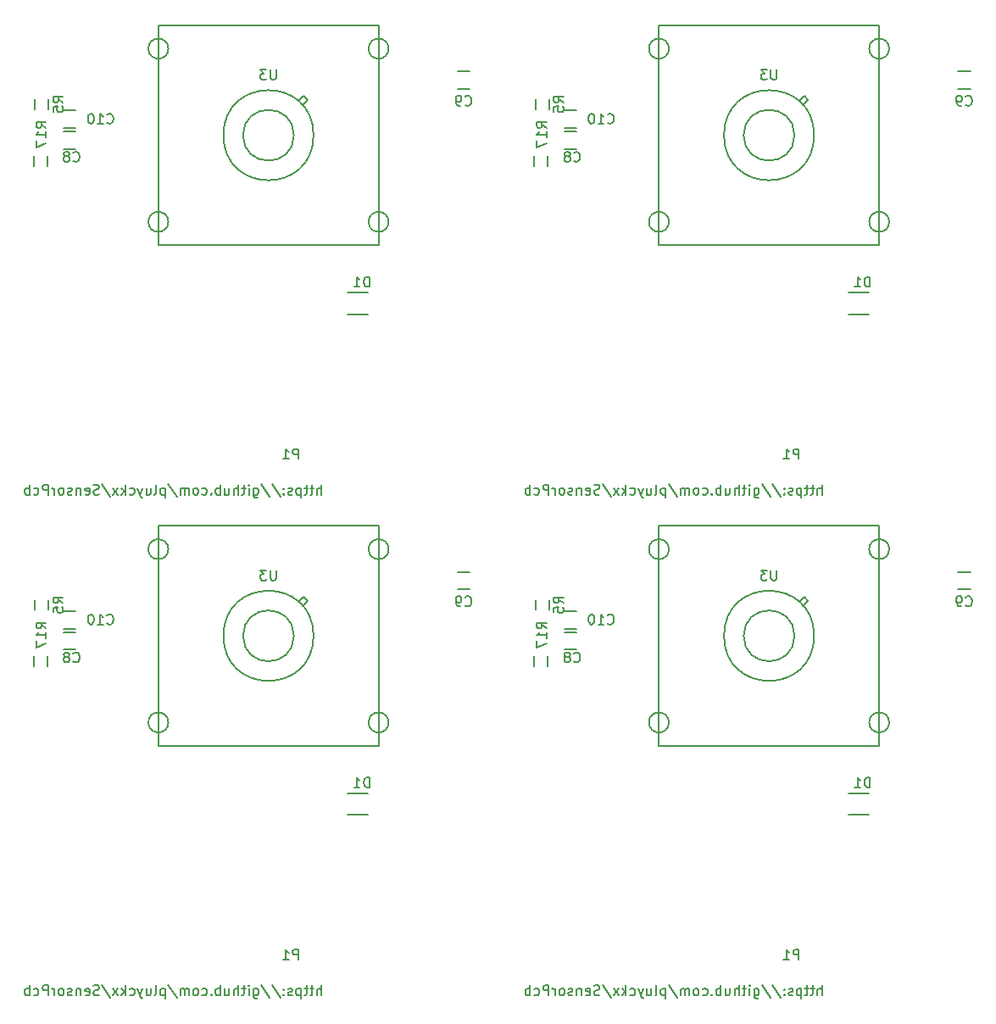
<source format=gbo>
G04 #@! TF.FileFunction,Legend,Bot*
%FSLAX46Y46*%
G04 Gerber Fmt 4.6, Leading zero omitted, Abs format (unit mm)*
G04 Created by KiCad (PCBNEW 4.0.4+dfsg1-stable) date Wed Mar  8 21:16:26 2017*
%MOMM*%
%LPD*%
G01*
G04 APERTURE LIST*
%ADD10C,0.100000*%
%ADD11C,0.200000*%
%ADD12C,0.150000*%
G04 APERTURE END LIST*
D10*
D11*
X122635716Y-138302381D02*
X122635716Y-137302381D01*
X122207144Y-138302381D02*
X122207144Y-137778571D01*
X122254763Y-137683333D01*
X122350001Y-137635714D01*
X122492859Y-137635714D01*
X122588097Y-137683333D01*
X122635716Y-137730952D01*
X121873811Y-137635714D02*
X121492859Y-137635714D01*
X121730954Y-137302381D02*
X121730954Y-138159524D01*
X121683335Y-138254762D01*
X121588097Y-138302381D01*
X121492859Y-138302381D01*
X121302382Y-137635714D02*
X120921430Y-137635714D01*
X121159525Y-137302381D02*
X121159525Y-138159524D01*
X121111906Y-138254762D01*
X121016668Y-138302381D01*
X120921430Y-138302381D01*
X120588096Y-137635714D02*
X120588096Y-138635714D01*
X120588096Y-137683333D02*
X120492858Y-137635714D01*
X120302381Y-137635714D01*
X120207143Y-137683333D01*
X120159524Y-137730952D01*
X120111905Y-137826190D01*
X120111905Y-138111905D01*
X120159524Y-138207143D01*
X120207143Y-138254762D01*
X120302381Y-138302381D01*
X120492858Y-138302381D01*
X120588096Y-138254762D01*
X119730953Y-138254762D02*
X119635715Y-138302381D01*
X119445239Y-138302381D01*
X119350000Y-138254762D01*
X119302381Y-138159524D01*
X119302381Y-138111905D01*
X119350000Y-138016667D01*
X119445239Y-137969048D01*
X119588096Y-137969048D01*
X119683334Y-137921429D01*
X119730953Y-137826190D01*
X119730953Y-137778571D01*
X119683334Y-137683333D01*
X119588096Y-137635714D01*
X119445239Y-137635714D01*
X119350000Y-137683333D01*
X118873810Y-138207143D02*
X118826191Y-138254762D01*
X118873810Y-138302381D01*
X118921429Y-138254762D01*
X118873810Y-138207143D01*
X118873810Y-138302381D01*
X118873810Y-137683333D02*
X118826191Y-137730952D01*
X118873810Y-137778571D01*
X118921429Y-137730952D01*
X118873810Y-137683333D01*
X118873810Y-137778571D01*
X117683334Y-137254762D02*
X118540477Y-138540476D01*
X116635715Y-137254762D02*
X117492858Y-138540476D01*
X115873810Y-137635714D02*
X115873810Y-138445238D01*
X115921429Y-138540476D01*
X115969048Y-138588095D01*
X116064287Y-138635714D01*
X116207144Y-138635714D01*
X116302382Y-138588095D01*
X115873810Y-138254762D02*
X115969048Y-138302381D01*
X116159525Y-138302381D01*
X116254763Y-138254762D01*
X116302382Y-138207143D01*
X116350001Y-138111905D01*
X116350001Y-137826190D01*
X116302382Y-137730952D01*
X116254763Y-137683333D01*
X116159525Y-137635714D01*
X115969048Y-137635714D01*
X115873810Y-137683333D01*
X115397620Y-138302381D02*
X115397620Y-137635714D01*
X115397620Y-137302381D02*
X115445239Y-137350000D01*
X115397620Y-137397619D01*
X115350001Y-137350000D01*
X115397620Y-137302381D01*
X115397620Y-137397619D01*
X115064287Y-137635714D02*
X114683335Y-137635714D01*
X114921430Y-137302381D02*
X114921430Y-138159524D01*
X114873811Y-138254762D01*
X114778573Y-138302381D01*
X114683335Y-138302381D01*
X114350001Y-138302381D02*
X114350001Y-137302381D01*
X113921429Y-138302381D02*
X113921429Y-137778571D01*
X113969048Y-137683333D01*
X114064286Y-137635714D01*
X114207144Y-137635714D01*
X114302382Y-137683333D01*
X114350001Y-137730952D01*
X113016667Y-137635714D02*
X113016667Y-138302381D01*
X113445239Y-137635714D02*
X113445239Y-138159524D01*
X113397620Y-138254762D01*
X113302382Y-138302381D01*
X113159524Y-138302381D01*
X113064286Y-138254762D01*
X113016667Y-138207143D01*
X112540477Y-138302381D02*
X112540477Y-137302381D01*
X112540477Y-137683333D02*
X112445239Y-137635714D01*
X112254762Y-137635714D01*
X112159524Y-137683333D01*
X112111905Y-137730952D01*
X112064286Y-137826190D01*
X112064286Y-138111905D01*
X112111905Y-138207143D01*
X112159524Y-138254762D01*
X112254762Y-138302381D01*
X112445239Y-138302381D01*
X112540477Y-138254762D01*
X111635715Y-138207143D02*
X111588096Y-138254762D01*
X111635715Y-138302381D01*
X111683334Y-138254762D01*
X111635715Y-138207143D01*
X111635715Y-138302381D01*
X110730953Y-138254762D02*
X110826191Y-138302381D01*
X111016668Y-138302381D01*
X111111906Y-138254762D01*
X111159525Y-138207143D01*
X111207144Y-138111905D01*
X111207144Y-137826190D01*
X111159525Y-137730952D01*
X111111906Y-137683333D01*
X111016668Y-137635714D01*
X110826191Y-137635714D01*
X110730953Y-137683333D01*
X110159525Y-138302381D02*
X110254763Y-138254762D01*
X110302382Y-138207143D01*
X110350001Y-138111905D01*
X110350001Y-137826190D01*
X110302382Y-137730952D01*
X110254763Y-137683333D01*
X110159525Y-137635714D01*
X110016667Y-137635714D01*
X109921429Y-137683333D01*
X109873810Y-137730952D01*
X109826191Y-137826190D01*
X109826191Y-138111905D01*
X109873810Y-138207143D01*
X109921429Y-138254762D01*
X110016667Y-138302381D01*
X110159525Y-138302381D01*
X109397620Y-138302381D02*
X109397620Y-137635714D01*
X109397620Y-137730952D02*
X109350001Y-137683333D01*
X109254763Y-137635714D01*
X109111905Y-137635714D01*
X109016667Y-137683333D01*
X108969048Y-137778571D01*
X108969048Y-138302381D01*
X108969048Y-137778571D02*
X108921429Y-137683333D01*
X108826191Y-137635714D01*
X108683334Y-137635714D01*
X108588096Y-137683333D01*
X108540477Y-137778571D01*
X108540477Y-138302381D01*
X107350001Y-137254762D02*
X108207144Y-138540476D01*
X107016668Y-137635714D02*
X107016668Y-138635714D01*
X107016668Y-137683333D02*
X106921430Y-137635714D01*
X106730953Y-137635714D01*
X106635715Y-137683333D01*
X106588096Y-137730952D01*
X106540477Y-137826190D01*
X106540477Y-138111905D01*
X106588096Y-138207143D01*
X106635715Y-138254762D01*
X106730953Y-138302381D01*
X106921430Y-138302381D01*
X107016668Y-138254762D01*
X105969049Y-138302381D02*
X106064287Y-138254762D01*
X106111906Y-138159524D01*
X106111906Y-137302381D01*
X105159524Y-137635714D02*
X105159524Y-138302381D01*
X105588096Y-137635714D02*
X105588096Y-138159524D01*
X105540477Y-138254762D01*
X105445239Y-138302381D01*
X105302381Y-138302381D01*
X105207143Y-138254762D01*
X105159524Y-138207143D01*
X104778572Y-137635714D02*
X104540477Y-138302381D01*
X104302381Y-137635714D02*
X104540477Y-138302381D01*
X104635715Y-138540476D01*
X104683334Y-138588095D01*
X104778572Y-138635714D01*
X103492857Y-138254762D02*
X103588095Y-138302381D01*
X103778572Y-138302381D01*
X103873810Y-138254762D01*
X103921429Y-138207143D01*
X103969048Y-138111905D01*
X103969048Y-137826190D01*
X103921429Y-137730952D01*
X103873810Y-137683333D01*
X103778572Y-137635714D01*
X103588095Y-137635714D01*
X103492857Y-137683333D01*
X103064286Y-138302381D02*
X103064286Y-137302381D01*
X102969048Y-137921429D02*
X102683333Y-138302381D01*
X102683333Y-137635714D02*
X103064286Y-138016667D01*
X102350000Y-138302381D02*
X101826190Y-137635714D01*
X102350000Y-137635714D02*
X101826190Y-138302381D01*
X100730952Y-137254762D02*
X101588095Y-138540476D01*
X100445238Y-138254762D02*
X100302381Y-138302381D01*
X100064285Y-138302381D01*
X99969047Y-138254762D01*
X99921428Y-138207143D01*
X99873809Y-138111905D01*
X99873809Y-138016667D01*
X99921428Y-137921429D01*
X99969047Y-137873810D01*
X100064285Y-137826190D01*
X100254762Y-137778571D01*
X100350000Y-137730952D01*
X100397619Y-137683333D01*
X100445238Y-137588095D01*
X100445238Y-137492857D01*
X100397619Y-137397619D01*
X100350000Y-137350000D01*
X100254762Y-137302381D01*
X100016666Y-137302381D01*
X99873809Y-137350000D01*
X99064285Y-138254762D02*
X99159523Y-138302381D01*
X99350000Y-138302381D01*
X99445238Y-138254762D01*
X99492857Y-138159524D01*
X99492857Y-137778571D01*
X99445238Y-137683333D01*
X99350000Y-137635714D01*
X99159523Y-137635714D01*
X99064285Y-137683333D01*
X99016666Y-137778571D01*
X99016666Y-137873810D01*
X99492857Y-137969048D01*
X98588095Y-137635714D02*
X98588095Y-138302381D01*
X98588095Y-137730952D02*
X98540476Y-137683333D01*
X98445238Y-137635714D01*
X98302380Y-137635714D01*
X98207142Y-137683333D01*
X98159523Y-137778571D01*
X98159523Y-138302381D01*
X97730952Y-138254762D02*
X97635714Y-138302381D01*
X97445238Y-138302381D01*
X97349999Y-138254762D01*
X97302380Y-138159524D01*
X97302380Y-138111905D01*
X97349999Y-138016667D01*
X97445238Y-137969048D01*
X97588095Y-137969048D01*
X97683333Y-137921429D01*
X97730952Y-137826190D01*
X97730952Y-137778571D01*
X97683333Y-137683333D01*
X97588095Y-137635714D01*
X97445238Y-137635714D01*
X97349999Y-137683333D01*
X96730952Y-138302381D02*
X96826190Y-138254762D01*
X96873809Y-138207143D01*
X96921428Y-138111905D01*
X96921428Y-137826190D01*
X96873809Y-137730952D01*
X96826190Y-137683333D01*
X96730952Y-137635714D01*
X96588094Y-137635714D01*
X96492856Y-137683333D01*
X96445237Y-137730952D01*
X96397618Y-137826190D01*
X96397618Y-138111905D01*
X96445237Y-138207143D01*
X96492856Y-138254762D01*
X96588094Y-138302381D01*
X96730952Y-138302381D01*
X95969047Y-138302381D02*
X95969047Y-137635714D01*
X95969047Y-137826190D02*
X95921428Y-137730952D01*
X95873809Y-137683333D01*
X95778571Y-137635714D01*
X95683332Y-137635714D01*
X95349999Y-138302381D02*
X95349999Y-137302381D01*
X94969046Y-137302381D01*
X94873808Y-137350000D01*
X94826189Y-137397619D01*
X94778570Y-137492857D01*
X94778570Y-137635714D01*
X94826189Y-137730952D01*
X94873808Y-137778571D01*
X94969046Y-137826190D01*
X95349999Y-137826190D01*
X93921427Y-138254762D02*
X94016665Y-138302381D01*
X94207142Y-138302381D01*
X94302380Y-138254762D01*
X94349999Y-138207143D01*
X94397618Y-138111905D01*
X94397618Y-137826190D01*
X94349999Y-137730952D01*
X94302380Y-137683333D01*
X94207142Y-137635714D01*
X94016665Y-137635714D01*
X93921427Y-137683333D01*
X93492856Y-138302381D02*
X93492856Y-137302381D01*
X93492856Y-137683333D02*
X93397618Y-137635714D01*
X93207141Y-137635714D01*
X93111903Y-137683333D01*
X93064284Y-137730952D01*
X93016665Y-137826190D01*
X93016665Y-138111905D01*
X93064284Y-138207143D01*
X93111903Y-138254762D01*
X93207141Y-138302381D01*
X93397618Y-138302381D01*
X93492856Y-138254762D01*
X172635716Y-138302381D02*
X172635716Y-137302381D01*
X172207144Y-138302381D02*
X172207144Y-137778571D01*
X172254763Y-137683333D01*
X172350001Y-137635714D01*
X172492859Y-137635714D01*
X172588097Y-137683333D01*
X172635716Y-137730952D01*
X171873811Y-137635714D02*
X171492859Y-137635714D01*
X171730954Y-137302381D02*
X171730954Y-138159524D01*
X171683335Y-138254762D01*
X171588097Y-138302381D01*
X171492859Y-138302381D01*
X171302382Y-137635714D02*
X170921430Y-137635714D01*
X171159525Y-137302381D02*
X171159525Y-138159524D01*
X171111906Y-138254762D01*
X171016668Y-138302381D01*
X170921430Y-138302381D01*
X170588096Y-137635714D02*
X170588096Y-138635714D01*
X170588096Y-137683333D02*
X170492858Y-137635714D01*
X170302381Y-137635714D01*
X170207143Y-137683333D01*
X170159524Y-137730952D01*
X170111905Y-137826190D01*
X170111905Y-138111905D01*
X170159524Y-138207143D01*
X170207143Y-138254762D01*
X170302381Y-138302381D01*
X170492858Y-138302381D01*
X170588096Y-138254762D01*
X169730953Y-138254762D02*
X169635715Y-138302381D01*
X169445239Y-138302381D01*
X169350000Y-138254762D01*
X169302381Y-138159524D01*
X169302381Y-138111905D01*
X169350000Y-138016667D01*
X169445239Y-137969048D01*
X169588096Y-137969048D01*
X169683334Y-137921429D01*
X169730953Y-137826190D01*
X169730953Y-137778571D01*
X169683334Y-137683333D01*
X169588096Y-137635714D01*
X169445239Y-137635714D01*
X169350000Y-137683333D01*
X168873810Y-138207143D02*
X168826191Y-138254762D01*
X168873810Y-138302381D01*
X168921429Y-138254762D01*
X168873810Y-138207143D01*
X168873810Y-138302381D01*
X168873810Y-137683333D02*
X168826191Y-137730952D01*
X168873810Y-137778571D01*
X168921429Y-137730952D01*
X168873810Y-137683333D01*
X168873810Y-137778571D01*
X167683334Y-137254762D02*
X168540477Y-138540476D01*
X166635715Y-137254762D02*
X167492858Y-138540476D01*
X165873810Y-137635714D02*
X165873810Y-138445238D01*
X165921429Y-138540476D01*
X165969048Y-138588095D01*
X166064287Y-138635714D01*
X166207144Y-138635714D01*
X166302382Y-138588095D01*
X165873810Y-138254762D02*
X165969048Y-138302381D01*
X166159525Y-138302381D01*
X166254763Y-138254762D01*
X166302382Y-138207143D01*
X166350001Y-138111905D01*
X166350001Y-137826190D01*
X166302382Y-137730952D01*
X166254763Y-137683333D01*
X166159525Y-137635714D01*
X165969048Y-137635714D01*
X165873810Y-137683333D01*
X165397620Y-138302381D02*
X165397620Y-137635714D01*
X165397620Y-137302381D02*
X165445239Y-137350000D01*
X165397620Y-137397619D01*
X165350001Y-137350000D01*
X165397620Y-137302381D01*
X165397620Y-137397619D01*
X165064287Y-137635714D02*
X164683335Y-137635714D01*
X164921430Y-137302381D02*
X164921430Y-138159524D01*
X164873811Y-138254762D01*
X164778573Y-138302381D01*
X164683335Y-138302381D01*
X164350001Y-138302381D02*
X164350001Y-137302381D01*
X163921429Y-138302381D02*
X163921429Y-137778571D01*
X163969048Y-137683333D01*
X164064286Y-137635714D01*
X164207144Y-137635714D01*
X164302382Y-137683333D01*
X164350001Y-137730952D01*
X163016667Y-137635714D02*
X163016667Y-138302381D01*
X163445239Y-137635714D02*
X163445239Y-138159524D01*
X163397620Y-138254762D01*
X163302382Y-138302381D01*
X163159524Y-138302381D01*
X163064286Y-138254762D01*
X163016667Y-138207143D01*
X162540477Y-138302381D02*
X162540477Y-137302381D01*
X162540477Y-137683333D02*
X162445239Y-137635714D01*
X162254762Y-137635714D01*
X162159524Y-137683333D01*
X162111905Y-137730952D01*
X162064286Y-137826190D01*
X162064286Y-138111905D01*
X162111905Y-138207143D01*
X162159524Y-138254762D01*
X162254762Y-138302381D01*
X162445239Y-138302381D01*
X162540477Y-138254762D01*
X161635715Y-138207143D02*
X161588096Y-138254762D01*
X161635715Y-138302381D01*
X161683334Y-138254762D01*
X161635715Y-138207143D01*
X161635715Y-138302381D01*
X160730953Y-138254762D02*
X160826191Y-138302381D01*
X161016668Y-138302381D01*
X161111906Y-138254762D01*
X161159525Y-138207143D01*
X161207144Y-138111905D01*
X161207144Y-137826190D01*
X161159525Y-137730952D01*
X161111906Y-137683333D01*
X161016668Y-137635714D01*
X160826191Y-137635714D01*
X160730953Y-137683333D01*
X160159525Y-138302381D02*
X160254763Y-138254762D01*
X160302382Y-138207143D01*
X160350001Y-138111905D01*
X160350001Y-137826190D01*
X160302382Y-137730952D01*
X160254763Y-137683333D01*
X160159525Y-137635714D01*
X160016667Y-137635714D01*
X159921429Y-137683333D01*
X159873810Y-137730952D01*
X159826191Y-137826190D01*
X159826191Y-138111905D01*
X159873810Y-138207143D01*
X159921429Y-138254762D01*
X160016667Y-138302381D01*
X160159525Y-138302381D01*
X159397620Y-138302381D02*
X159397620Y-137635714D01*
X159397620Y-137730952D02*
X159350001Y-137683333D01*
X159254763Y-137635714D01*
X159111905Y-137635714D01*
X159016667Y-137683333D01*
X158969048Y-137778571D01*
X158969048Y-138302381D01*
X158969048Y-137778571D02*
X158921429Y-137683333D01*
X158826191Y-137635714D01*
X158683334Y-137635714D01*
X158588096Y-137683333D01*
X158540477Y-137778571D01*
X158540477Y-138302381D01*
X157350001Y-137254762D02*
X158207144Y-138540476D01*
X157016668Y-137635714D02*
X157016668Y-138635714D01*
X157016668Y-137683333D02*
X156921430Y-137635714D01*
X156730953Y-137635714D01*
X156635715Y-137683333D01*
X156588096Y-137730952D01*
X156540477Y-137826190D01*
X156540477Y-138111905D01*
X156588096Y-138207143D01*
X156635715Y-138254762D01*
X156730953Y-138302381D01*
X156921430Y-138302381D01*
X157016668Y-138254762D01*
X155969049Y-138302381D02*
X156064287Y-138254762D01*
X156111906Y-138159524D01*
X156111906Y-137302381D01*
X155159524Y-137635714D02*
X155159524Y-138302381D01*
X155588096Y-137635714D02*
X155588096Y-138159524D01*
X155540477Y-138254762D01*
X155445239Y-138302381D01*
X155302381Y-138302381D01*
X155207143Y-138254762D01*
X155159524Y-138207143D01*
X154778572Y-137635714D02*
X154540477Y-138302381D01*
X154302381Y-137635714D02*
X154540477Y-138302381D01*
X154635715Y-138540476D01*
X154683334Y-138588095D01*
X154778572Y-138635714D01*
X153492857Y-138254762D02*
X153588095Y-138302381D01*
X153778572Y-138302381D01*
X153873810Y-138254762D01*
X153921429Y-138207143D01*
X153969048Y-138111905D01*
X153969048Y-137826190D01*
X153921429Y-137730952D01*
X153873810Y-137683333D01*
X153778572Y-137635714D01*
X153588095Y-137635714D01*
X153492857Y-137683333D01*
X153064286Y-138302381D02*
X153064286Y-137302381D01*
X152969048Y-137921429D02*
X152683333Y-138302381D01*
X152683333Y-137635714D02*
X153064286Y-138016667D01*
X152350000Y-138302381D02*
X151826190Y-137635714D01*
X152350000Y-137635714D02*
X151826190Y-138302381D01*
X150730952Y-137254762D02*
X151588095Y-138540476D01*
X150445238Y-138254762D02*
X150302381Y-138302381D01*
X150064285Y-138302381D01*
X149969047Y-138254762D01*
X149921428Y-138207143D01*
X149873809Y-138111905D01*
X149873809Y-138016667D01*
X149921428Y-137921429D01*
X149969047Y-137873810D01*
X150064285Y-137826190D01*
X150254762Y-137778571D01*
X150350000Y-137730952D01*
X150397619Y-137683333D01*
X150445238Y-137588095D01*
X150445238Y-137492857D01*
X150397619Y-137397619D01*
X150350000Y-137350000D01*
X150254762Y-137302381D01*
X150016666Y-137302381D01*
X149873809Y-137350000D01*
X149064285Y-138254762D02*
X149159523Y-138302381D01*
X149350000Y-138302381D01*
X149445238Y-138254762D01*
X149492857Y-138159524D01*
X149492857Y-137778571D01*
X149445238Y-137683333D01*
X149350000Y-137635714D01*
X149159523Y-137635714D01*
X149064285Y-137683333D01*
X149016666Y-137778571D01*
X149016666Y-137873810D01*
X149492857Y-137969048D01*
X148588095Y-137635714D02*
X148588095Y-138302381D01*
X148588095Y-137730952D02*
X148540476Y-137683333D01*
X148445238Y-137635714D01*
X148302380Y-137635714D01*
X148207142Y-137683333D01*
X148159523Y-137778571D01*
X148159523Y-138302381D01*
X147730952Y-138254762D02*
X147635714Y-138302381D01*
X147445238Y-138302381D01*
X147349999Y-138254762D01*
X147302380Y-138159524D01*
X147302380Y-138111905D01*
X147349999Y-138016667D01*
X147445238Y-137969048D01*
X147588095Y-137969048D01*
X147683333Y-137921429D01*
X147730952Y-137826190D01*
X147730952Y-137778571D01*
X147683333Y-137683333D01*
X147588095Y-137635714D01*
X147445238Y-137635714D01*
X147349999Y-137683333D01*
X146730952Y-138302381D02*
X146826190Y-138254762D01*
X146873809Y-138207143D01*
X146921428Y-138111905D01*
X146921428Y-137826190D01*
X146873809Y-137730952D01*
X146826190Y-137683333D01*
X146730952Y-137635714D01*
X146588094Y-137635714D01*
X146492856Y-137683333D01*
X146445237Y-137730952D01*
X146397618Y-137826190D01*
X146397618Y-138111905D01*
X146445237Y-138207143D01*
X146492856Y-138254762D01*
X146588094Y-138302381D01*
X146730952Y-138302381D01*
X145969047Y-138302381D02*
X145969047Y-137635714D01*
X145969047Y-137826190D02*
X145921428Y-137730952D01*
X145873809Y-137683333D01*
X145778571Y-137635714D01*
X145683332Y-137635714D01*
X145349999Y-138302381D02*
X145349999Y-137302381D01*
X144969046Y-137302381D01*
X144873808Y-137350000D01*
X144826189Y-137397619D01*
X144778570Y-137492857D01*
X144778570Y-137635714D01*
X144826189Y-137730952D01*
X144873808Y-137778571D01*
X144969046Y-137826190D01*
X145349999Y-137826190D01*
X143921427Y-138254762D02*
X144016665Y-138302381D01*
X144207142Y-138302381D01*
X144302380Y-138254762D01*
X144349999Y-138207143D01*
X144397618Y-138111905D01*
X144397618Y-137826190D01*
X144349999Y-137730952D01*
X144302380Y-137683333D01*
X144207142Y-137635714D01*
X144016665Y-137635714D01*
X143921427Y-137683333D01*
X143492856Y-138302381D02*
X143492856Y-137302381D01*
X143492856Y-137683333D02*
X143397618Y-137635714D01*
X143207141Y-137635714D01*
X143111903Y-137683333D01*
X143064284Y-137730952D01*
X143016665Y-137826190D01*
X143016665Y-138111905D01*
X143064284Y-138207143D01*
X143111903Y-138254762D01*
X143207141Y-138302381D01*
X143397618Y-138302381D01*
X143492856Y-138254762D01*
X172635716Y-88302381D02*
X172635716Y-87302381D01*
X172207144Y-88302381D02*
X172207144Y-87778571D01*
X172254763Y-87683333D01*
X172350001Y-87635714D01*
X172492859Y-87635714D01*
X172588097Y-87683333D01*
X172635716Y-87730952D01*
X171873811Y-87635714D02*
X171492859Y-87635714D01*
X171730954Y-87302381D02*
X171730954Y-88159524D01*
X171683335Y-88254762D01*
X171588097Y-88302381D01*
X171492859Y-88302381D01*
X171302382Y-87635714D02*
X170921430Y-87635714D01*
X171159525Y-87302381D02*
X171159525Y-88159524D01*
X171111906Y-88254762D01*
X171016668Y-88302381D01*
X170921430Y-88302381D01*
X170588096Y-87635714D02*
X170588096Y-88635714D01*
X170588096Y-87683333D02*
X170492858Y-87635714D01*
X170302381Y-87635714D01*
X170207143Y-87683333D01*
X170159524Y-87730952D01*
X170111905Y-87826190D01*
X170111905Y-88111905D01*
X170159524Y-88207143D01*
X170207143Y-88254762D01*
X170302381Y-88302381D01*
X170492858Y-88302381D01*
X170588096Y-88254762D01*
X169730953Y-88254762D02*
X169635715Y-88302381D01*
X169445239Y-88302381D01*
X169350000Y-88254762D01*
X169302381Y-88159524D01*
X169302381Y-88111905D01*
X169350000Y-88016667D01*
X169445239Y-87969048D01*
X169588096Y-87969048D01*
X169683334Y-87921429D01*
X169730953Y-87826190D01*
X169730953Y-87778571D01*
X169683334Y-87683333D01*
X169588096Y-87635714D01*
X169445239Y-87635714D01*
X169350000Y-87683333D01*
X168873810Y-88207143D02*
X168826191Y-88254762D01*
X168873810Y-88302381D01*
X168921429Y-88254762D01*
X168873810Y-88207143D01*
X168873810Y-88302381D01*
X168873810Y-87683333D02*
X168826191Y-87730952D01*
X168873810Y-87778571D01*
X168921429Y-87730952D01*
X168873810Y-87683333D01*
X168873810Y-87778571D01*
X167683334Y-87254762D02*
X168540477Y-88540476D01*
X166635715Y-87254762D02*
X167492858Y-88540476D01*
X165873810Y-87635714D02*
X165873810Y-88445238D01*
X165921429Y-88540476D01*
X165969048Y-88588095D01*
X166064287Y-88635714D01*
X166207144Y-88635714D01*
X166302382Y-88588095D01*
X165873810Y-88254762D02*
X165969048Y-88302381D01*
X166159525Y-88302381D01*
X166254763Y-88254762D01*
X166302382Y-88207143D01*
X166350001Y-88111905D01*
X166350001Y-87826190D01*
X166302382Y-87730952D01*
X166254763Y-87683333D01*
X166159525Y-87635714D01*
X165969048Y-87635714D01*
X165873810Y-87683333D01*
X165397620Y-88302381D02*
X165397620Y-87635714D01*
X165397620Y-87302381D02*
X165445239Y-87350000D01*
X165397620Y-87397619D01*
X165350001Y-87350000D01*
X165397620Y-87302381D01*
X165397620Y-87397619D01*
X165064287Y-87635714D02*
X164683335Y-87635714D01*
X164921430Y-87302381D02*
X164921430Y-88159524D01*
X164873811Y-88254762D01*
X164778573Y-88302381D01*
X164683335Y-88302381D01*
X164350001Y-88302381D02*
X164350001Y-87302381D01*
X163921429Y-88302381D02*
X163921429Y-87778571D01*
X163969048Y-87683333D01*
X164064286Y-87635714D01*
X164207144Y-87635714D01*
X164302382Y-87683333D01*
X164350001Y-87730952D01*
X163016667Y-87635714D02*
X163016667Y-88302381D01*
X163445239Y-87635714D02*
X163445239Y-88159524D01*
X163397620Y-88254762D01*
X163302382Y-88302381D01*
X163159524Y-88302381D01*
X163064286Y-88254762D01*
X163016667Y-88207143D01*
X162540477Y-88302381D02*
X162540477Y-87302381D01*
X162540477Y-87683333D02*
X162445239Y-87635714D01*
X162254762Y-87635714D01*
X162159524Y-87683333D01*
X162111905Y-87730952D01*
X162064286Y-87826190D01*
X162064286Y-88111905D01*
X162111905Y-88207143D01*
X162159524Y-88254762D01*
X162254762Y-88302381D01*
X162445239Y-88302381D01*
X162540477Y-88254762D01*
X161635715Y-88207143D02*
X161588096Y-88254762D01*
X161635715Y-88302381D01*
X161683334Y-88254762D01*
X161635715Y-88207143D01*
X161635715Y-88302381D01*
X160730953Y-88254762D02*
X160826191Y-88302381D01*
X161016668Y-88302381D01*
X161111906Y-88254762D01*
X161159525Y-88207143D01*
X161207144Y-88111905D01*
X161207144Y-87826190D01*
X161159525Y-87730952D01*
X161111906Y-87683333D01*
X161016668Y-87635714D01*
X160826191Y-87635714D01*
X160730953Y-87683333D01*
X160159525Y-88302381D02*
X160254763Y-88254762D01*
X160302382Y-88207143D01*
X160350001Y-88111905D01*
X160350001Y-87826190D01*
X160302382Y-87730952D01*
X160254763Y-87683333D01*
X160159525Y-87635714D01*
X160016667Y-87635714D01*
X159921429Y-87683333D01*
X159873810Y-87730952D01*
X159826191Y-87826190D01*
X159826191Y-88111905D01*
X159873810Y-88207143D01*
X159921429Y-88254762D01*
X160016667Y-88302381D01*
X160159525Y-88302381D01*
X159397620Y-88302381D02*
X159397620Y-87635714D01*
X159397620Y-87730952D02*
X159350001Y-87683333D01*
X159254763Y-87635714D01*
X159111905Y-87635714D01*
X159016667Y-87683333D01*
X158969048Y-87778571D01*
X158969048Y-88302381D01*
X158969048Y-87778571D02*
X158921429Y-87683333D01*
X158826191Y-87635714D01*
X158683334Y-87635714D01*
X158588096Y-87683333D01*
X158540477Y-87778571D01*
X158540477Y-88302381D01*
X157350001Y-87254762D02*
X158207144Y-88540476D01*
X157016668Y-87635714D02*
X157016668Y-88635714D01*
X157016668Y-87683333D02*
X156921430Y-87635714D01*
X156730953Y-87635714D01*
X156635715Y-87683333D01*
X156588096Y-87730952D01*
X156540477Y-87826190D01*
X156540477Y-88111905D01*
X156588096Y-88207143D01*
X156635715Y-88254762D01*
X156730953Y-88302381D01*
X156921430Y-88302381D01*
X157016668Y-88254762D01*
X155969049Y-88302381D02*
X156064287Y-88254762D01*
X156111906Y-88159524D01*
X156111906Y-87302381D01*
X155159524Y-87635714D02*
X155159524Y-88302381D01*
X155588096Y-87635714D02*
X155588096Y-88159524D01*
X155540477Y-88254762D01*
X155445239Y-88302381D01*
X155302381Y-88302381D01*
X155207143Y-88254762D01*
X155159524Y-88207143D01*
X154778572Y-87635714D02*
X154540477Y-88302381D01*
X154302381Y-87635714D02*
X154540477Y-88302381D01*
X154635715Y-88540476D01*
X154683334Y-88588095D01*
X154778572Y-88635714D01*
X153492857Y-88254762D02*
X153588095Y-88302381D01*
X153778572Y-88302381D01*
X153873810Y-88254762D01*
X153921429Y-88207143D01*
X153969048Y-88111905D01*
X153969048Y-87826190D01*
X153921429Y-87730952D01*
X153873810Y-87683333D01*
X153778572Y-87635714D01*
X153588095Y-87635714D01*
X153492857Y-87683333D01*
X153064286Y-88302381D02*
X153064286Y-87302381D01*
X152969048Y-87921429D02*
X152683333Y-88302381D01*
X152683333Y-87635714D02*
X153064286Y-88016667D01*
X152350000Y-88302381D02*
X151826190Y-87635714D01*
X152350000Y-87635714D02*
X151826190Y-88302381D01*
X150730952Y-87254762D02*
X151588095Y-88540476D01*
X150445238Y-88254762D02*
X150302381Y-88302381D01*
X150064285Y-88302381D01*
X149969047Y-88254762D01*
X149921428Y-88207143D01*
X149873809Y-88111905D01*
X149873809Y-88016667D01*
X149921428Y-87921429D01*
X149969047Y-87873810D01*
X150064285Y-87826190D01*
X150254762Y-87778571D01*
X150350000Y-87730952D01*
X150397619Y-87683333D01*
X150445238Y-87588095D01*
X150445238Y-87492857D01*
X150397619Y-87397619D01*
X150350000Y-87350000D01*
X150254762Y-87302381D01*
X150016666Y-87302381D01*
X149873809Y-87350000D01*
X149064285Y-88254762D02*
X149159523Y-88302381D01*
X149350000Y-88302381D01*
X149445238Y-88254762D01*
X149492857Y-88159524D01*
X149492857Y-87778571D01*
X149445238Y-87683333D01*
X149350000Y-87635714D01*
X149159523Y-87635714D01*
X149064285Y-87683333D01*
X149016666Y-87778571D01*
X149016666Y-87873810D01*
X149492857Y-87969048D01*
X148588095Y-87635714D02*
X148588095Y-88302381D01*
X148588095Y-87730952D02*
X148540476Y-87683333D01*
X148445238Y-87635714D01*
X148302380Y-87635714D01*
X148207142Y-87683333D01*
X148159523Y-87778571D01*
X148159523Y-88302381D01*
X147730952Y-88254762D02*
X147635714Y-88302381D01*
X147445238Y-88302381D01*
X147349999Y-88254762D01*
X147302380Y-88159524D01*
X147302380Y-88111905D01*
X147349999Y-88016667D01*
X147445238Y-87969048D01*
X147588095Y-87969048D01*
X147683333Y-87921429D01*
X147730952Y-87826190D01*
X147730952Y-87778571D01*
X147683333Y-87683333D01*
X147588095Y-87635714D01*
X147445238Y-87635714D01*
X147349999Y-87683333D01*
X146730952Y-88302381D02*
X146826190Y-88254762D01*
X146873809Y-88207143D01*
X146921428Y-88111905D01*
X146921428Y-87826190D01*
X146873809Y-87730952D01*
X146826190Y-87683333D01*
X146730952Y-87635714D01*
X146588094Y-87635714D01*
X146492856Y-87683333D01*
X146445237Y-87730952D01*
X146397618Y-87826190D01*
X146397618Y-88111905D01*
X146445237Y-88207143D01*
X146492856Y-88254762D01*
X146588094Y-88302381D01*
X146730952Y-88302381D01*
X145969047Y-88302381D02*
X145969047Y-87635714D01*
X145969047Y-87826190D02*
X145921428Y-87730952D01*
X145873809Y-87683333D01*
X145778571Y-87635714D01*
X145683332Y-87635714D01*
X145349999Y-88302381D02*
X145349999Y-87302381D01*
X144969046Y-87302381D01*
X144873808Y-87350000D01*
X144826189Y-87397619D01*
X144778570Y-87492857D01*
X144778570Y-87635714D01*
X144826189Y-87730952D01*
X144873808Y-87778571D01*
X144969046Y-87826190D01*
X145349999Y-87826190D01*
X143921427Y-88254762D02*
X144016665Y-88302381D01*
X144207142Y-88302381D01*
X144302380Y-88254762D01*
X144349999Y-88207143D01*
X144397618Y-88111905D01*
X144397618Y-87826190D01*
X144349999Y-87730952D01*
X144302380Y-87683333D01*
X144207142Y-87635714D01*
X144016665Y-87635714D01*
X143921427Y-87683333D01*
X143492856Y-88302381D02*
X143492856Y-87302381D01*
X143492856Y-87683333D02*
X143397618Y-87635714D01*
X143207141Y-87635714D01*
X143111903Y-87683333D01*
X143064284Y-87730952D01*
X143016665Y-87826190D01*
X143016665Y-88111905D01*
X143064284Y-88207143D01*
X143111903Y-88254762D01*
X143207141Y-88302381D01*
X143397618Y-88302381D01*
X143492856Y-88254762D01*
X122635716Y-88302381D02*
X122635716Y-87302381D01*
X122207144Y-88302381D02*
X122207144Y-87778571D01*
X122254763Y-87683333D01*
X122350001Y-87635714D01*
X122492859Y-87635714D01*
X122588097Y-87683333D01*
X122635716Y-87730952D01*
X121873811Y-87635714D02*
X121492859Y-87635714D01*
X121730954Y-87302381D02*
X121730954Y-88159524D01*
X121683335Y-88254762D01*
X121588097Y-88302381D01*
X121492859Y-88302381D01*
X121302382Y-87635714D02*
X120921430Y-87635714D01*
X121159525Y-87302381D02*
X121159525Y-88159524D01*
X121111906Y-88254762D01*
X121016668Y-88302381D01*
X120921430Y-88302381D01*
X120588096Y-87635714D02*
X120588096Y-88635714D01*
X120588096Y-87683333D02*
X120492858Y-87635714D01*
X120302381Y-87635714D01*
X120207143Y-87683333D01*
X120159524Y-87730952D01*
X120111905Y-87826190D01*
X120111905Y-88111905D01*
X120159524Y-88207143D01*
X120207143Y-88254762D01*
X120302381Y-88302381D01*
X120492858Y-88302381D01*
X120588096Y-88254762D01*
X119730953Y-88254762D02*
X119635715Y-88302381D01*
X119445239Y-88302381D01*
X119350000Y-88254762D01*
X119302381Y-88159524D01*
X119302381Y-88111905D01*
X119350000Y-88016667D01*
X119445239Y-87969048D01*
X119588096Y-87969048D01*
X119683334Y-87921429D01*
X119730953Y-87826190D01*
X119730953Y-87778571D01*
X119683334Y-87683333D01*
X119588096Y-87635714D01*
X119445239Y-87635714D01*
X119350000Y-87683333D01*
X118873810Y-88207143D02*
X118826191Y-88254762D01*
X118873810Y-88302381D01*
X118921429Y-88254762D01*
X118873810Y-88207143D01*
X118873810Y-88302381D01*
X118873810Y-87683333D02*
X118826191Y-87730952D01*
X118873810Y-87778571D01*
X118921429Y-87730952D01*
X118873810Y-87683333D01*
X118873810Y-87778571D01*
X117683334Y-87254762D02*
X118540477Y-88540476D01*
X116635715Y-87254762D02*
X117492858Y-88540476D01*
X115873810Y-87635714D02*
X115873810Y-88445238D01*
X115921429Y-88540476D01*
X115969048Y-88588095D01*
X116064287Y-88635714D01*
X116207144Y-88635714D01*
X116302382Y-88588095D01*
X115873810Y-88254762D02*
X115969048Y-88302381D01*
X116159525Y-88302381D01*
X116254763Y-88254762D01*
X116302382Y-88207143D01*
X116350001Y-88111905D01*
X116350001Y-87826190D01*
X116302382Y-87730952D01*
X116254763Y-87683333D01*
X116159525Y-87635714D01*
X115969048Y-87635714D01*
X115873810Y-87683333D01*
X115397620Y-88302381D02*
X115397620Y-87635714D01*
X115397620Y-87302381D02*
X115445239Y-87350000D01*
X115397620Y-87397619D01*
X115350001Y-87350000D01*
X115397620Y-87302381D01*
X115397620Y-87397619D01*
X115064287Y-87635714D02*
X114683335Y-87635714D01*
X114921430Y-87302381D02*
X114921430Y-88159524D01*
X114873811Y-88254762D01*
X114778573Y-88302381D01*
X114683335Y-88302381D01*
X114350001Y-88302381D02*
X114350001Y-87302381D01*
X113921429Y-88302381D02*
X113921429Y-87778571D01*
X113969048Y-87683333D01*
X114064286Y-87635714D01*
X114207144Y-87635714D01*
X114302382Y-87683333D01*
X114350001Y-87730952D01*
X113016667Y-87635714D02*
X113016667Y-88302381D01*
X113445239Y-87635714D02*
X113445239Y-88159524D01*
X113397620Y-88254762D01*
X113302382Y-88302381D01*
X113159524Y-88302381D01*
X113064286Y-88254762D01*
X113016667Y-88207143D01*
X112540477Y-88302381D02*
X112540477Y-87302381D01*
X112540477Y-87683333D02*
X112445239Y-87635714D01*
X112254762Y-87635714D01*
X112159524Y-87683333D01*
X112111905Y-87730952D01*
X112064286Y-87826190D01*
X112064286Y-88111905D01*
X112111905Y-88207143D01*
X112159524Y-88254762D01*
X112254762Y-88302381D01*
X112445239Y-88302381D01*
X112540477Y-88254762D01*
X111635715Y-88207143D02*
X111588096Y-88254762D01*
X111635715Y-88302381D01*
X111683334Y-88254762D01*
X111635715Y-88207143D01*
X111635715Y-88302381D01*
X110730953Y-88254762D02*
X110826191Y-88302381D01*
X111016668Y-88302381D01*
X111111906Y-88254762D01*
X111159525Y-88207143D01*
X111207144Y-88111905D01*
X111207144Y-87826190D01*
X111159525Y-87730952D01*
X111111906Y-87683333D01*
X111016668Y-87635714D01*
X110826191Y-87635714D01*
X110730953Y-87683333D01*
X110159525Y-88302381D02*
X110254763Y-88254762D01*
X110302382Y-88207143D01*
X110350001Y-88111905D01*
X110350001Y-87826190D01*
X110302382Y-87730952D01*
X110254763Y-87683333D01*
X110159525Y-87635714D01*
X110016667Y-87635714D01*
X109921429Y-87683333D01*
X109873810Y-87730952D01*
X109826191Y-87826190D01*
X109826191Y-88111905D01*
X109873810Y-88207143D01*
X109921429Y-88254762D01*
X110016667Y-88302381D01*
X110159525Y-88302381D01*
X109397620Y-88302381D02*
X109397620Y-87635714D01*
X109397620Y-87730952D02*
X109350001Y-87683333D01*
X109254763Y-87635714D01*
X109111905Y-87635714D01*
X109016667Y-87683333D01*
X108969048Y-87778571D01*
X108969048Y-88302381D01*
X108969048Y-87778571D02*
X108921429Y-87683333D01*
X108826191Y-87635714D01*
X108683334Y-87635714D01*
X108588096Y-87683333D01*
X108540477Y-87778571D01*
X108540477Y-88302381D01*
X107350001Y-87254762D02*
X108207144Y-88540476D01*
X107016668Y-87635714D02*
X107016668Y-88635714D01*
X107016668Y-87683333D02*
X106921430Y-87635714D01*
X106730953Y-87635714D01*
X106635715Y-87683333D01*
X106588096Y-87730952D01*
X106540477Y-87826190D01*
X106540477Y-88111905D01*
X106588096Y-88207143D01*
X106635715Y-88254762D01*
X106730953Y-88302381D01*
X106921430Y-88302381D01*
X107016668Y-88254762D01*
X105969049Y-88302381D02*
X106064287Y-88254762D01*
X106111906Y-88159524D01*
X106111906Y-87302381D01*
X105159524Y-87635714D02*
X105159524Y-88302381D01*
X105588096Y-87635714D02*
X105588096Y-88159524D01*
X105540477Y-88254762D01*
X105445239Y-88302381D01*
X105302381Y-88302381D01*
X105207143Y-88254762D01*
X105159524Y-88207143D01*
X104778572Y-87635714D02*
X104540477Y-88302381D01*
X104302381Y-87635714D02*
X104540477Y-88302381D01*
X104635715Y-88540476D01*
X104683334Y-88588095D01*
X104778572Y-88635714D01*
X103492857Y-88254762D02*
X103588095Y-88302381D01*
X103778572Y-88302381D01*
X103873810Y-88254762D01*
X103921429Y-88207143D01*
X103969048Y-88111905D01*
X103969048Y-87826190D01*
X103921429Y-87730952D01*
X103873810Y-87683333D01*
X103778572Y-87635714D01*
X103588095Y-87635714D01*
X103492857Y-87683333D01*
X103064286Y-88302381D02*
X103064286Y-87302381D01*
X102969048Y-87921429D02*
X102683333Y-88302381D01*
X102683333Y-87635714D02*
X103064286Y-88016667D01*
X102350000Y-88302381D02*
X101826190Y-87635714D01*
X102350000Y-87635714D02*
X101826190Y-88302381D01*
X100730952Y-87254762D02*
X101588095Y-88540476D01*
X100445238Y-88254762D02*
X100302381Y-88302381D01*
X100064285Y-88302381D01*
X99969047Y-88254762D01*
X99921428Y-88207143D01*
X99873809Y-88111905D01*
X99873809Y-88016667D01*
X99921428Y-87921429D01*
X99969047Y-87873810D01*
X100064285Y-87826190D01*
X100254762Y-87778571D01*
X100350000Y-87730952D01*
X100397619Y-87683333D01*
X100445238Y-87588095D01*
X100445238Y-87492857D01*
X100397619Y-87397619D01*
X100350000Y-87350000D01*
X100254762Y-87302381D01*
X100016666Y-87302381D01*
X99873809Y-87350000D01*
X99064285Y-88254762D02*
X99159523Y-88302381D01*
X99350000Y-88302381D01*
X99445238Y-88254762D01*
X99492857Y-88159524D01*
X99492857Y-87778571D01*
X99445238Y-87683333D01*
X99350000Y-87635714D01*
X99159523Y-87635714D01*
X99064285Y-87683333D01*
X99016666Y-87778571D01*
X99016666Y-87873810D01*
X99492857Y-87969048D01*
X98588095Y-87635714D02*
X98588095Y-88302381D01*
X98588095Y-87730952D02*
X98540476Y-87683333D01*
X98445238Y-87635714D01*
X98302380Y-87635714D01*
X98207142Y-87683333D01*
X98159523Y-87778571D01*
X98159523Y-88302381D01*
X97730952Y-88254762D02*
X97635714Y-88302381D01*
X97445238Y-88302381D01*
X97349999Y-88254762D01*
X97302380Y-88159524D01*
X97302380Y-88111905D01*
X97349999Y-88016667D01*
X97445238Y-87969048D01*
X97588095Y-87969048D01*
X97683333Y-87921429D01*
X97730952Y-87826190D01*
X97730952Y-87778571D01*
X97683333Y-87683333D01*
X97588095Y-87635714D01*
X97445238Y-87635714D01*
X97349999Y-87683333D01*
X96730952Y-88302381D02*
X96826190Y-88254762D01*
X96873809Y-88207143D01*
X96921428Y-88111905D01*
X96921428Y-87826190D01*
X96873809Y-87730952D01*
X96826190Y-87683333D01*
X96730952Y-87635714D01*
X96588094Y-87635714D01*
X96492856Y-87683333D01*
X96445237Y-87730952D01*
X96397618Y-87826190D01*
X96397618Y-88111905D01*
X96445237Y-88207143D01*
X96492856Y-88254762D01*
X96588094Y-88302381D01*
X96730952Y-88302381D01*
X95969047Y-88302381D02*
X95969047Y-87635714D01*
X95969047Y-87826190D02*
X95921428Y-87730952D01*
X95873809Y-87683333D01*
X95778571Y-87635714D01*
X95683332Y-87635714D01*
X95349999Y-88302381D02*
X95349999Y-87302381D01*
X94969046Y-87302381D01*
X94873808Y-87350000D01*
X94826189Y-87397619D01*
X94778570Y-87492857D01*
X94778570Y-87635714D01*
X94826189Y-87730952D01*
X94873808Y-87778571D01*
X94969046Y-87826190D01*
X95349999Y-87826190D01*
X93921427Y-88254762D02*
X94016665Y-88302381D01*
X94207142Y-88302381D01*
X94302380Y-88254762D01*
X94349999Y-88207143D01*
X94397618Y-88111905D01*
X94397618Y-87826190D01*
X94349999Y-87730952D01*
X94302380Y-87683333D01*
X94207142Y-87635714D01*
X94016665Y-87635714D01*
X93921427Y-87683333D01*
X93492856Y-88302381D02*
X93492856Y-87302381D01*
X93492856Y-87683333D02*
X93397618Y-87635714D01*
X93207141Y-87635714D01*
X93111903Y-87683333D01*
X93064284Y-87730952D01*
X93016665Y-87826190D01*
X93016665Y-88111905D01*
X93064284Y-88207143D01*
X93111903Y-88254762D01*
X93207141Y-88302381D01*
X93397618Y-88302381D01*
X93492856Y-88254762D01*
D12*
X137450000Y-96025000D02*
X136250000Y-96025000D01*
X136250000Y-97775000D02*
X137450000Y-97775000D01*
X96900000Y-103775000D02*
X98100000Y-103775000D01*
X98100000Y-102025000D02*
X96900000Y-102025000D01*
X96900000Y-101675000D02*
X98100000Y-101675000D01*
X98100000Y-99925000D02*
X96900000Y-99925000D01*
X127300000Y-118125000D02*
X125300000Y-118125000D01*
X125300000Y-120275000D02*
X127300000Y-120275000D01*
X95375000Y-99800000D02*
X95375000Y-98800000D01*
X94025000Y-98800000D02*
X94025000Y-99800000D01*
X93925000Y-104450000D02*
X93925000Y-105450000D01*
X95275000Y-105450000D02*
X95275000Y-104450000D01*
X107360000Y-93750000D02*
G75*
G03X107360000Y-93750000I-1000000J0D01*
G01*
X129360000Y-93750000D02*
G75*
G03X129360000Y-93750000I-1000000J0D01*
G01*
X107360000Y-111050000D02*
G75*
G03X107360000Y-111050000I-1000000J0D01*
G01*
X129360000Y-111050000D02*
G75*
G03X129360000Y-111050000I-1000000J0D01*
G01*
X128360000Y-113400000D02*
X128360000Y-91400000D01*
X128360000Y-91400000D02*
X106360000Y-91400000D01*
X106360000Y-91400000D02*
X106360000Y-113400000D01*
X106360000Y-113400000D02*
X128360000Y-113400000D01*
X120860000Y-98500000D02*
X120360000Y-99000000D01*
X121260000Y-98900000D02*
X120860000Y-98500000D01*
X120760000Y-99400000D02*
X121260000Y-98900000D01*
X121861111Y-102400000D02*
G75*
G03X121861111Y-102400000I-4501111J0D01*
G01*
X119900000Y-102400000D02*
G75*
G03X119900000Y-102400000I-2540000J0D01*
G01*
X187450000Y-96025000D02*
X186250000Y-96025000D01*
X186250000Y-97775000D02*
X187450000Y-97775000D01*
X146900000Y-103775000D02*
X148100000Y-103775000D01*
X148100000Y-102025000D02*
X146900000Y-102025000D01*
X146900000Y-101675000D02*
X148100000Y-101675000D01*
X148100000Y-99925000D02*
X146900000Y-99925000D01*
X177300000Y-118125000D02*
X175300000Y-118125000D01*
X175300000Y-120275000D02*
X177300000Y-120275000D01*
X145375000Y-99800000D02*
X145375000Y-98800000D01*
X144025000Y-98800000D02*
X144025000Y-99800000D01*
X143925000Y-104450000D02*
X143925000Y-105450000D01*
X145275000Y-105450000D02*
X145275000Y-104450000D01*
X157360000Y-93750000D02*
G75*
G03X157360000Y-93750000I-1000000J0D01*
G01*
X179360000Y-93750000D02*
G75*
G03X179360000Y-93750000I-1000000J0D01*
G01*
X157360000Y-111050000D02*
G75*
G03X157360000Y-111050000I-1000000J0D01*
G01*
X179360000Y-111050000D02*
G75*
G03X179360000Y-111050000I-1000000J0D01*
G01*
X178360000Y-113400000D02*
X178360000Y-91400000D01*
X178360000Y-91400000D02*
X156360000Y-91400000D01*
X156360000Y-91400000D02*
X156360000Y-113400000D01*
X156360000Y-113400000D02*
X178360000Y-113400000D01*
X170860000Y-98500000D02*
X170360000Y-99000000D01*
X171260000Y-98900000D02*
X170860000Y-98500000D01*
X170760000Y-99400000D02*
X171260000Y-98900000D01*
X171861111Y-102400000D02*
G75*
G03X171861111Y-102400000I-4501111J0D01*
G01*
X169900000Y-102400000D02*
G75*
G03X169900000Y-102400000I-2540000J0D01*
G01*
X187450000Y-46025000D02*
X186250000Y-46025000D01*
X186250000Y-47775000D02*
X187450000Y-47775000D01*
X146900000Y-53775000D02*
X148100000Y-53775000D01*
X148100000Y-52025000D02*
X146900000Y-52025000D01*
X146900000Y-51675000D02*
X148100000Y-51675000D01*
X148100000Y-49925000D02*
X146900000Y-49925000D01*
X177300000Y-68125000D02*
X175300000Y-68125000D01*
X175300000Y-70275000D02*
X177300000Y-70275000D01*
X145375000Y-49800000D02*
X145375000Y-48800000D01*
X144025000Y-48800000D02*
X144025000Y-49800000D01*
X143925000Y-54450000D02*
X143925000Y-55450000D01*
X145275000Y-55450000D02*
X145275000Y-54450000D01*
X157360000Y-43750000D02*
G75*
G03X157360000Y-43750000I-1000000J0D01*
G01*
X179360000Y-43750000D02*
G75*
G03X179360000Y-43750000I-1000000J0D01*
G01*
X157360000Y-61050000D02*
G75*
G03X157360000Y-61050000I-1000000J0D01*
G01*
X179360000Y-61050000D02*
G75*
G03X179360000Y-61050000I-1000000J0D01*
G01*
X178360000Y-63400000D02*
X178360000Y-41400000D01*
X178360000Y-41400000D02*
X156360000Y-41400000D01*
X156360000Y-41400000D02*
X156360000Y-63400000D01*
X156360000Y-63400000D02*
X178360000Y-63400000D01*
X170860000Y-48500000D02*
X170360000Y-49000000D01*
X171260000Y-48900000D02*
X170860000Y-48500000D01*
X170760000Y-49400000D02*
X171260000Y-48900000D01*
X171861111Y-52400000D02*
G75*
G03X171861111Y-52400000I-4501111J0D01*
G01*
X169900000Y-52400000D02*
G75*
G03X169900000Y-52400000I-2540000J0D01*
G01*
X127300000Y-68125000D02*
X125300000Y-68125000D01*
X125300000Y-70275000D02*
X127300000Y-70275000D01*
X96900000Y-53775000D02*
X98100000Y-53775000D01*
X98100000Y-52025000D02*
X96900000Y-52025000D01*
X137450000Y-46025000D02*
X136250000Y-46025000D01*
X136250000Y-47775000D02*
X137450000Y-47775000D01*
X96900000Y-51675000D02*
X98100000Y-51675000D01*
X98100000Y-49925000D02*
X96900000Y-49925000D01*
X95375000Y-49800000D02*
X95375000Y-48800000D01*
X94025000Y-48800000D02*
X94025000Y-49800000D01*
X93925000Y-54450000D02*
X93925000Y-55450000D01*
X95275000Y-55450000D02*
X95275000Y-54450000D01*
X107360000Y-43750000D02*
G75*
G03X107360000Y-43750000I-1000000J0D01*
G01*
X129360000Y-43750000D02*
G75*
G03X129360000Y-43750000I-1000000J0D01*
G01*
X107360000Y-61050000D02*
G75*
G03X107360000Y-61050000I-1000000J0D01*
G01*
X129360000Y-61050000D02*
G75*
G03X129360000Y-61050000I-1000000J0D01*
G01*
X128360000Y-63400000D02*
X128360000Y-41400000D01*
X128360000Y-41400000D02*
X106360000Y-41400000D01*
X106360000Y-41400000D02*
X106360000Y-63400000D01*
X106360000Y-63400000D02*
X128360000Y-63400000D01*
X120860000Y-48500000D02*
X120360000Y-49000000D01*
X121260000Y-48900000D02*
X120860000Y-48500000D01*
X120760000Y-49400000D02*
X121260000Y-48900000D01*
X121861111Y-52400000D02*
G75*
G03X121861111Y-52400000I-4501111J0D01*
G01*
X119900000Y-52400000D02*
G75*
G03X119900000Y-52400000I-2540000J0D01*
G01*
X137016666Y-99357143D02*
X137064285Y-99404762D01*
X137207142Y-99452381D01*
X137302380Y-99452381D01*
X137445238Y-99404762D01*
X137540476Y-99309524D01*
X137588095Y-99214286D01*
X137635714Y-99023810D01*
X137635714Y-98880952D01*
X137588095Y-98690476D01*
X137540476Y-98595238D01*
X137445238Y-98500000D01*
X137302380Y-98452381D01*
X137207142Y-98452381D01*
X137064285Y-98500000D01*
X137016666Y-98547619D01*
X136540476Y-99452381D02*
X136350000Y-99452381D01*
X136254761Y-99404762D01*
X136207142Y-99357143D01*
X136111904Y-99214286D01*
X136064285Y-99023810D01*
X136064285Y-98642857D01*
X136111904Y-98547619D01*
X136159523Y-98500000D01*
X136254761Y-98452381D01*
X136445238Y-98452381D01*
X136540476Y-98500000D01*
X136588095Y-98547619D01*
X136635714Y-98642857D01*
X136635714Y-98880952D01*
X136588095Y-98976190D01*
X136540476Y-99023810D01*
X136445238Y-99071429D01*
X136254761Y-99071429D01*
X136159523Y-99023810D01*
X136111904Y-98976190D01*
X136064285Y-98880952D01*
X97866666Y-104957143D02*
X97914285Y-105004762D01*
X98057142Y-105052381D01*
X98152380Y-105052381D01*
X98295238Y-105004762D01*
X98390476Y-104909524D01*
X98438095Y-104814286D01*
X98485714Y-104623810D01*
X98485714Y-104480952D01*
X98438095Y-104290476D01*
X98390476Y-104195238D01*
X98295238Y-104100000D01*
X98152380Y-104052381D01*
X98057142Y-104052381D01*
X97914285Y-104100000D01*
X97866666Y-104147619D01*
X97295238Y-104480952D02*
X97390476Y-104433333D01*
X97438095Y-104385714D01*
X97485714Y-104290476D01*
X97485714Y-104242857D01*
X97438095Y-104147619D01*
X97390476Y-104100000D01*
X97295238Y-104052381D01*
X97104761Y-104052381D01*
X97009523Y-104100000D01*
X96961904Y-104147619D01*
X96914285Y-104242857D01*
X96914285Y-104290476D01*
X96961904Y-104385714D01*
X97009523Y-104433333D01*
X97104761Y-104480952D01*
X97295238Y-104480952D01*
X97390476Y-104528571D01*
X97438095Y-104576190D01*
X97485714Y-104671429D01*
X97485714Y-104861905D01*
X97438095Y-104957143D01*
X97390476Y-105004762D01*
X97295238Y-105052381D01*
X97104761Y-105052381D01*
X97009523Y-105004762D01*
X96961904Y-104957143D01*
X96914285Y-104861905D01*
X96914285Y-104671429D01*
X96961904Y-104576190D01*
X97009523Y-104528571D01*
X97104761Y-104480952D01*
X101242857Y-101157143D02*
X101290476Y-101204762D01*
X101433333Y-101252381D01*
X101528571Y-101252381D01*
X101671429Y-101204762D01*
X101766667Y-101109524D01*
X101814286Y-101014286D01*
X101861905Y-100823810D01*
X101861905Y-100680952D01*
X101814286Y-100490476D01*
X101766667Y-100395238D01*
X101671429Y-100300000D01*
X101528571Y-100252381D01*
X101433333Y-100252381D01*
X101290476Y-100300000D01*
X101242857Y-100347619D01*
X100290476Y-101252381D02*
X100861905Y-101252381D01*
X100576191Y-101252381D02*
X100576191Y-100252381D01*
X100671429Y-100395238D01*
X100766667Y-100490476D01*
X100861905Y-100538095D01*
X99671429Y-100252381D02*
X99576190Y-100252381D01*
X99480952Y-100300000D01*
X99433333Y-100347619D01*
X99385714Y-100442857D01*
X99338095Y-100633333D01*
X99338095Y-100871429D01*
X99385714Y-101061905D01*
X99433333Y-101157143D01*
X99480952Y-101204762D01*
X99576190Y-101252381D01*
X99671429Y-101252381D01*
X99766667Y-101204762D01*
X99814286Y-101157143D01*
X99861905Y-101061905D01*
X99909524Y-100871429D01*
X99909524Y-100633333D01*
X99861905Y-100442857D01*
X99814286Y-100347619D01*
X99766667Y-100300000D01*
X99671429Y-100252381D01*
X127438095Y-117552381D02*
X127438095Y-116552381D01*
X127200000Y-116552381D01*
X127057142Y-116600000D01*
X126961904Y-116695238D01*
X126914285Y-116790476D01*
X126866666Y-116980952D01*
X126866666Y-117123810D01*
X126914285Y-117314286D01*
X126961904Y-117409524D01*
X127057142Y-117504762D01*
X127200000Y-117552381D01*
X127438095Y-117552381D01*
X125914285Y-117552381D02*
X126485714Y-117552381D01*
X126200000Y-117552381D02*
X126200000Y-116552381D01*
X126295238Y-116695238D01*
X126390476Y-116790476D01*
X126485714Y-116838095D01*
X96852381Y-99133334D02*
X96376190Y-98800000D01*
X96852381Y-98561905D02*
X95852381Y-98561905D01*
X95852381Y-98942858D01*
X95900000Y-99038096D01*
X95947619Y-99085715D01*
X96042857Y-99133334D01*
X96185714Y-99133334D01*
X96280952Y-99085715D01*
X96328571Y-99038096D01*
X96376190Y-98942858D01*
X96376190Y-98561905D01*
X95852381Y-100038096D02*
X95852381Y-99561905D01*
X96328571Y-99514286D01*
X96280952Y-99561905D01*
X96233333Y-99657143D01*
X96233333Y-99895239D01*
X96280952Y-99990477D01*
X96328571Y-100038096D01*
X96423810Y-100085715D01*
X96661905Y-100085715D01*
X96757143Y-100038096D01*
X96804762Y-99990477D01*
X96852381Y-99895239D01*
X96852381Y-99657143D01*
X96804762Y-99561905D01*
X96757143Y-99514286D01*
X95152381Y-101657143D02*
X94676190Y-101323809D01*
X95152381Y-101085714D02*
X94152381Y-101085714D01*
X94152381Y-101466667D01*
X94200000Y-101561905D01*
X94247619Y-101609524D01*
X94342857Y-101657143D01*
X94485714Y-101657143D01*
X94580952Y-101609524D01*
X94628571Y-101561905D01*
X94676190Y-101466667D01*
X94676190Y-101085714D01*
X95152381Y-102609524D02*
X95152381Y-102038095D01*
X95152381Y-102323809D02*
X94152381Y-102323809D01*
X94295238Y-102228571D01*
X94390476Y-102133333D01*
X94438095Y-102038095D01*
X94152381Y-102942857D02*
X94152381Y-103609524D01*
X95152381Y-103180952D01*
X120338095Y-134732381D02*
X120338095Y-133732381D01*
X119957142Y-133732381D01*
X119861904Y-133780000D01*
X119814285Y-133827619D01*
X119766666Y-133922857D01*
X119766666Y-134065714D01*
X119814285Y-134160952D01*
X119861904Y-134208571D01*
X119957142Y-134256190D01*
X120338095Y-134256190D01*
X118814285Y-134732381D02*
X119385714Y-134732381D01*
X119100000Y-134732381D02*
X119100000Y-133732381D01*
X119195238Y-133875238D01*
X119290476Y-133970476D01*
X119385714Y-134018095D01*
X118121905Y-95852381D02*
X118121905Y-96661905D01*
X118074286Y-96757143D01*
X118026667Y-96804762D01*
X117931429Y-96852381D01*
X117740952Y-96852381D01*
X117645714Y-96804762D01*
X117598095Y-96757143D01*
X117550476Y-96661905D01*
X117550476Y-95852381D01*
X117169524Y-95852381D02*
X116550476Y-95852381D01*
X116883810Y-96233333D01*
X116740952Y-96233333D01*
X116645714Y-96280952D01*
X116598095Y-96328571D01*
X116550476Y-96423810D01*
X116550476Y-96661905D01*
X116598095Y-96757143D01*
X116645714Y-96804762D01*
X116740952Y-96852381D01*
X117026667Y-96852381D01*
X117121905Y-96804762D01*
X117169524Y-96757143D01*
X187016666Y-99357143D02*
X187064285Y-99404762D01*
X187207142Y-99452381D01*
X187302380Y-99452381D01*
X187445238Y-99404762D01*
X187540476Y-99309524D01*
X187588095Y-99214286D01*
X187635714Y-99023810D01*
X187635714Y-98880952D01*
X187588095Y-98690476D01*
X187540476Y-98595238D01*
X187445238Y-98500000D01*
X187302380Y-98452381D01*
X187207142Y-98452381D01*
X187064285Y-98500000D01*
X187016666Y-98547619D01*
X186540476Y-99452381D02*
X186350000Y-99452381D01*
X186254761Y-99404762D01*
X186207142Y-99357143D01*
X186111904Y-99214286D01*
X186064285Y-99023810D01*
X186064285Y-98642857D01*
X186111904Y-98547619D01*
X186159523Y-98500000D01*
X186254761Y-98452381D01*
X186445238Y-98452381D01*
X186540476Y-98500000D01*
X186588095Y-98547619D01*
X186635714Y-98642857D01*
X186635714Y-98880952D01*
X186588095Y-98976190D01*
X186540476Y-99023810D01*
X186445238Y-99071429D01*
X186254761Y-99071429D01*
X186159523Y-99023810D01*
X186111904Y-98976190D01*
X186064285Y-98880952D01*
X147866666Y-104957143D02*
X147914285Y-105004762D01*
X148057142Y-105052381D01*
X148152380Y-105052381D01*
X148295238Y-105004762D01*
X148390476Y-104909524D01*
X148438095Y-104814286D01*
X148485714Y-104623810D01*
X148485714Y-104480952D01*
X148438095Y-104290476D01*
X148390476Y-104195238D01*
X148295238Y-104100000D01*
X148152380Y-104052381D01*
X148057142Y-104052381D01*
X147914285Y-104100000D01*
X147866666Y-104147619D01*
X147295238Y-104480952D02*
X147390476Y-104433333D01*
X147438095Y-104385714D01*
X147485714Y-104290476D01*
X147485714Y-104242857D01*
X147438095Y-104147619D01*
X147390476Y-104100000D01*
X147295238Y-104052381D01*
X147104761Y-104052381D01*
X147009523Y-104100000D01*
X146961904Y-104147619D01*
X146914285Y-104242857D01*
X146914285Y-104290476D01*
X146961904Y-104385714D01*
X147009523Y-104433333D01*
X147104761Y-104480952D01*
X147295238Y-104480952D01*
X147390476Y-104528571D01*
X147438095Y-104576190D01*
X147485714Y-104671429D01*
X147485714Y-104861905D01*
X147438095Y-104957143D01*
X147390476Y-105004762D01*
X147295238Y-105052381D01*
X147104761Y-105052381D01*
X147009523Y-105004762D01*
X146961904Y-104957143D01*
X146914285Y-104861905D01*
X146914285Y-104671429D01*
X146961904Y-104576190D01*
X147009523Y-104528571D01*
X147104761Y-104480952D01*
X151242857Y-101157143D02*
X151290476Y-101204762D01*
X151433333Y-101252381D01*
X151528571Y-101252381D01*
X151671429Y-101204762D01*
X151766667Y-101109524D01*
X151814286Y-101014286D01*
X151861905Y-100823810D01*
X151861905Y-100680952D01*
X151814286Y-100490476D01*
X151766667Y-100395238D01*
X151671429Y-100300000D01*
X151528571Y-100252381D01*
X151433333Y-100252381D01*
X151290476Y-100300000D01*
X151242857Y-100347619D01*
X150290476Y-101252381D02*
X150861905Y-101252381D01*
X150576191Y-101252381D02*
X150576191Y-100252381D01*
X150671429Y-100395238D01*
X150766667Y-100490476D01*
X150861905Y-100538095D01*
X149671429Y-100252381D02*
X149576190Y-100252381D01*
X149480952Y-100300000D01*
X149433333Y-100347619D01*
X149385714Y-100442857D01*
X149338095Y-100633333D01*
X149338095Y-100871429D01*
X149385714Y-101061905D01*
X149433333Y-101157143D01*
X149480952Y-101204762D01*
X149576190Y-101252381D01*
X149671429Y-101252381D01*
X149766667Y-101204762D01*
X149814286Y-101157143D01*
X149861905Y-101061905D01*
X149909524Y-100871429D01*
X149909524Y-100633333D01*
X149861905Y-100442857D01*
X149814286Y-100347619D01*
X149766667Y-100300000D01*
X149671429Y-100252381D01*
X177438095Y-117552381D02*
X177438095Y-116552381D01*
X177200000Y-116552381D01*
X177057142Y-116600000D01*
X176961904Y-116695238D01*
X176914285Y-116790476D01*
X176866666Y-116980952D01*
X176866666Y-117123810D01*
X176914285Y-117314286D01*
X176961904Y-117409524D01*
X177057142Y-117504762D01*
X177200000Y-117552381D01*
X177438095Y-117552381D01*
X175914285Y-117552381D02*
X176485714Y-117552381D01*
X176200000Y-117552381D02*
X176200000Y-116552381D01*
X176295238Y-116695238D01*
X176390476Y-116790476D01*
X176485714Y-116838095D01*
X146852381Y-99133334D02*
X146376190Y-98800000D01*
X146852381Y-98561905D02*
X145852381Y-98561905D01*
X145852381Y-98942858D01*
X145900000Y-99038096D01*
X145947619Y-99085715D01*
X146042857Y-99133334D01*
X146185714Y-99133334D01*
X146280952Y-99085715D01*
X146328571Y-99038096D01*
X146376190Y-98942858D01*
X146376190Y-98561905D01*
X145852381Y-100038096D02*
X145852381Y-99561905D01*
X146328571Y-99514286D01*
X146280952Y-99561905D01*
X146233333Y-99657143D01*
X146233333Y-99895239D01*
X146280952Y-99990477D01*
X146328571Y-100038096D01*
X146423810Y-100085715D01*
X146661905Y-100085715D01*
X146757143Y-100038096D01*
X146804762Y-99990477D01*
X146852381Y-99895239D01*
X146852381Y-99657143D01*
X146804762Y-99561905D01*
X146757143Y-99514286D01*
X145152381Y-101657143D02*
X144676190Y-101323809D01*
X145152381Y-101085714D02*
X144152381Y-101085714D01*
X144152381Y-101466667D01*
X144200000Y-101561905D01*
X144247619Y-101609524D01*
X144342857Y-101657143D01*
X144485714Y-101657143D01*
X144580952Y-101609524D01*
X144628571Y-101561905D01*
X144676190Y-101466667D01*
X144676190Y-101085714D01*
X145152381Y-102609524D02*
X145152381Y-102038095D01*
X145152381Y-102323809D02*
X144152381Y-102323809D01*
X144295238Y-102228571D01*
X144390476Y-102133333D01*
X144438095Y-102038095D01*
X144152381Y-102942857D02*
X144152381Y-103609524D01*
X145152381Y-103180952D01*
X170338095Y-134732381D02*
X170338095Y-133732381D01*
X169957142Y-133732381D01*
X169861904Y-133780000D01*
X169814285Y-133827619D01*
X169766666Y-133922857D01*
X169766666Y-134065714D01*
X169814285Y-134160952D01*
X169861904Y-134208571D01*
X169957142Y-134256190D01*
X170338095Y-134256190D01*
X168814285Y-134732381D02*
X169385714Y-134732381D01*
X169100000Y-134732381D02*
X169100000Y-133732381D01*
X169195238Y-133875238D01*
X169290476Y-133970476D01*
X169385714Y-134018095D01*
X168121905Y-95852381D02*
X168121905Y-96661905D01*
X168074286Y-96757143D01*
X168026667Y-96804762D01*
X167931429Y-96852381D01*
X167740952Y-96852381D01*
X167645714Y-96804762D01*
X167598095Y-96757143D01*
X167550476Y-96661905D01*
X167550476Y-95852381D01*
X167169524Y-95852381D02*
X166550476Y-95852381D01*
X166883810Y-96233333D01*
X166740952Y-96233333D01*
X166645714Y-96280952D01*
X166598095Y-96328571D01*
X166550476Y-96423810D01*
X166550476Y-96661905D01*
X166598095Y-96757143D01*
X166645714Y-96804762D01*
X166740952Y-96852381D01*
X167026667Y-96852381D01*
X167121905Y-96804762D01*
X167169524Y-96757143D01*
X187016666Y-49357143D02*
X187064285Y-49404762D01*
X187207142Y-49452381D01*
X187302380Y-49452381D01*
X187445238Y-49404762D01*
X187540476Y-49309524D01*
X187588095Y-49214286D01*
X187635714Y-49023810D01*
X187635714Y-48880952D01*
X187588095Y-48690476D01*
X187540476Y-48595238D01*
X187445238Y-48500000D01*
X187302380Y-48452381D01*
X187207142Y-48452381D01*
X187064285Y-48500000D01*
X187016666Y-48547619D01*
X186540476Y-49452381D02*
X186350000Y-49452381D01*
X186254761Y-49404762D01*
X186207142Y-49357143D01*
X186111904Y-49214286D01*
X186064285Y-49023810D01*
X186064285Y-48642857D01*
X186111904Y-48547619D01*
X186159523Y-48500000D01*
X186254761Y-48452381D01*
X186445238Y-48452381D01*
X186540476Y-48500000D01*
X186588095Y-48547619D01*
X186635714Y-48642857D01*
X186635714Y-48880952D01*
X186588095Y-48976190D01*
X186540476Y-49023810D01*
X186445238Y-49071429D01*
X186254761Y-49071429D01*
X186159523Y-49023810D01*
X186111904Y-48976190D01*
X186064285Y-48880952D01*
X147866666Y-54957143D02*
X147914285Y-55004762D01*
X148057142Y-55052381D01*
X148152380Y-55052381D01*
X148295238Y-55004762D01*
X148390476Y-54909524D01*
X148438095Y-54814286D01*
X148485714Y-54623810D01*
X148485714Y-54480952D01*
X148438095Y-54290476D01*
X148390476Y-54195238D01*
X148295238Y-54100000D01*
X148152380Y-54052381D01*
X148057142Y-54052381D01*
X147914285Y-54100000D01*
X147866666Y-54147619D01*
X147295238Y-54480952D02*
X147390476Y-54433333D01*
X147438095Y-54385714D01*
X147485714Y-54290476D01*
X147485714Y-54242857D01*
X147438095Y-54147619D01*
X147390476Y-54100000D01*
X147295238Y-54052381D01*
X147104761Y-54052381D01*
X147009523Y-54100000D01*
X146961904Y-54147619D01*
X146914285Y-54242857D01*
X146914285Y-54290476D01*
X146961904Y-54385714D01*
X147009523Y-54433333D01*
X147104761Y-54480952D01*
X147295238Y-54480952D01*
X147390476Y-54528571D01*
X147438095Y-54576190D01*
X147485714Y-54671429D01*
X147485714Y-54861905D01*
X147438095Y-54957143D01*
X147390476Y-55004762D01*
X147295238Y-55052381D01*
X147104761Y-55052381D01*
X147009523Y-55004762D01*
X146961904Y-54957143D01*
X146914285Y-54861905D01*
X146914285Y-54671429D01*
X146961904Y-54576190D01*
X147009523Y-54528571D01*
X147104761Y-54480952D01*
X151242857Y-51157143D02*
X151290476Y-51204762D01*
X151433333Y-51252381D01*
X151528571Y-51252381D01*
X151671429Y-51204762D01*
X151766667Y-51109524D01*
X151814286Y-51014286D01*
X151861905Y-50823810D01*
X151861905Y-50680952D01*
X151814286Y-50490476D01*
X151766667Y-50395238D01*
X151671429Y-50300000D01*
X151528571Y-50252381D01*
X151433333Y-50252381D01*
X151290476Y-50300000D01*
X151242857Y-50347619D01*
X150290476Y-51252381D02*
X150861905Y-51252381D01*
X150576191Y-51252381D02*
X150576191Y-50252381D01*
X150671429Y-50395238D01*
X150766667Y-50490476D01*
X150861905Y-50538095D01*
X149671429Y-50252381D02*
X149576190Y-50252381D01*
X149480952Y-50300000D01*
X149433333Y-50347619D01*
X149385714Y-50442857D01*
X149338095Y-50633333D01*
X149338095Y-50871429D01*
X149385714Y-51061905D01*
X149433333Y-51157143D01*
X149480952Y-51204762D01*
X149576190Y-51252381D01*
X149671429Y-51252381D01*
X149766667Y-51204762D01*
X149814286Y-51157143D01*
X149861905Y-51061905D01*
X149909524Y-50871429D01*
X149909524Y-50633333D01*
X149861905Y-50442857D01*
X149814286Y-50347619D01*
X149766667Y-50300000D01*
X149671429Y-50252381D01*
X177438095Y-67552381D02*
X177438095Y-66552381D01*
X177200000Y-66552381D01*
X177057142Y-66600000D01*
X176961904Y-66695238D01*
X176914285Y-66790476D01*
X176866666Y-66980952D01*
X176866666Y-67123810D01*
X176914285Y-67314286D01*
X176961904Y-67409524D01*
X177057142Y-67504762D01*
X177200000Y-67552381D01*
X177438095Y-67552381D01*
X175914285Y-67552381D02*
X176485714Y-67552381D01*
X176200000Y-67552381D02*
X176200000Y-66552381D01*
X176295238Y-66695238D01*
X176390476Y-66790476D01*
X176485714Y-66838095D01*
X146852381Y-49133334D02*
X146376190Y-48800000D01*
X146852381Y-48561905D02*
X145852381Y-48561905D01*
X145852381Y-48942858D01*
X145900000Y-49038096D01*
X145947619Y-49085715D01*
X146042857Y-49133334D01*
X146185714Y-49133334D01*
X146280952Y-49085715D01*
X146328571Y-49038096D01*
X146376190Y-48942858D01*
X146376190Y-48561905D01*
X145852381Y-50038096D02*
X145852381Y-49561905D01*
X146328571Y-49514286D01*
X146280952Y-49561905D01*
X146233333Y-49657143D01*
X146233333Y-49895239D01*
X146280952Y-49990477D01*
X146328571Y-50038096D01*
X146423810Y-50085715D01*
X146661905Y-50085715D01*
X146757143Y-50038096D01*
X146804762Y-49990477D01*
X146852381Y-49895239D01*
X146852381Y-49657143D01*
X146804762Y-49561905D01*
X146757143Y-49514286D01*
X145152381Y-51657143D02*
X144676190Y-51323809D01*
X145152381Y-51085714D02*
X144152381Y-51085714D01*
X144152381Y-51466667D01*
X144200000Y-51561905D01*
X144247619Y-51609524D01*
X144342857Y-51657143D01*
X144485714Y-51657143D01*
X144580952Y-51609524D01*
X144628571Y-51561905D01*
X144676190Y-51466667D01*
X144676190Y-51085714D01*
X145152381Y-52609524D02*
X145152381Y-52038095D01*
X145152381Y-52323809D02*
X144152381Y-52323809D01*
X144295238Y-52228571D01*
X144390476Y-52133333D01*
X144438095Y-52038095D01*
X144152381Y-52942857D02*
X144152381Y-53609524D01*
X145152381Y-53180952D01*
X170338095Y-84732381D02*
X170338095Y-83732381D01*
X169957142Y-83732381D01*
X169861904Y-83780000D01*
X169814285Y-83827619D01*
X169766666Y-83922857D01*
X169766666Y-84065714D01*
X169814285Y-84160952D01*
X169861904Y-84208571D01*
X169957142Y-84256190D01*
X170338095Y-84256190D01*
X168814285Y-84732381D02*
X169385714Y-84732381D01*
X169100000Y-84732381D02*
X169100000Y-83732381D01*
X169195238Y-83875238D01*
X169290476Y-83970476D01*
X169385714Y-84018095D01*
X168121905Y-45852381D02*
X168121905Y-46661905D01*
X168074286Y-46757143D01*
X168026667Y-46804762D01*
X167931429Y-46852381D01*
X167740952Y-46852381D01*
X167645714Y-46804762D01*
X167598095Y-46757143D01*
X167550476Y-46661905D01*
X167550476Y-45852381D01*
X167169524Y-45852381D02*
X166550476Y-45852381D01*
X166883810Y-46233333D01*
X166740952Y-46233333D01*
X166645714Y-46280952D01*
X166598095Y-46328571D01*
X166550476Y-46423810D01*
X166550476Y-46661905D01*
X166598095Y-46757143D01*
X166645714Y-46804762D01*
X166740952Y-46852381D01*
X167026667Y-46852381D01*
X167121905Y-46804762D01*
X167169524Y-46757143D01*
X127438095Y-67552381D02*
X127438095Y-66552381D01*
X127200000Y-66552381D01*
X127057142Y-66600000D01*
X126961904Y-66695238D01*
X126914285Y-66790476D01*
X126866666Y-66980952D01*
X126866666Y-67123810D01*
X126914285Y-67314286D01*
X126961904Y-67409524D01*
X127057142Y-67504762D01*
X127200000Y-67552381D01*
X127438095Y-67552381D01*
X125914285Y-67552381D02*
X126485714Y-67552381D01*
X126200000Y-67552381D02*
X126200000Y-66552381D01*
X126295238Y-66695238D01*
X126390476Y-66790476D01*
X126485714Y-66838095D01*
X97866666Y-54957143D02*
X97914285Y-55004762D01*
X98057142Y-55052381D01*
X98152380Y-55052381D01*
X98295238Y-55004762D01*
X98390476Y-54909524D01*
X98438095Y-54814286D01*
X98485714Y-54623810D01*
X98485714Y-54480952D01*
X98438095Y-54290476D01*
X98390476Y-54195238D01*
X98295238Y-54100000D01*
X98152380Y-54052381D01*
X98057142Y-54052381D01*
X97914285Y-54100000D01*
X97866666Y-54147619D01*
X97295238Y-54480952D02*
X97390476Y-54433333D01*
X97438095Y-54385714D01*
X97485714Y-54290476D01*
X97485714Y-54242857D01*
X97438095Y-54147619D01*
X97390476Y-54100000D01*
X97295238Y-54052381D01*
X97104761Y-54052381D01*
X97009523Y-54100000D01*
X96961904Y-54147619D01*
X96914285Y-54242857D01*
X96914285Y-54290476D01*
X96961904Y-54385714D01*
X97009523Y-54433333D01*
X97104761Y-54480952D01*
X97295238Y-54480952D01*
X97390476Y-54528571D01*
X97438095Y-54576190D01*
X97485714Y-54671429D01*
X97485714Y-54861905D01*
X97438095Y-54957143D01*
X97390476Y-55004762D01*
X97295238Y-55052381D01*
X97104761Y-55052381D01*
X97009523Y-55004762D01*
X96961904Y-54957143D01*
X96914285Y-54861905D01*
X96914285Y-54671429D01*
X96961904Y-54576190D01*
X97009523Y-54528571D01*
X97104761Y-54480952D01*
X137016666Y-49357143D02*
X137064285Y-49404762D01*
X137207142Y-49452381D01*
X137302380Y-49452381D01*
X137445238Y-49404762D01*
X137540476Y-49309524D01*
X137588095Y-49214286D01*
X137635714Y-49023810D01*
X137635714Y-48880952D01*
X137588095Y-48690476D01*
X137540476Y-48595238D01*
X137445238Y-48500000D01*
X137302380Y-48452381D01*
X137207142Y-48452381D01*
X137064285Y-48500000D01*
X137016666Y-48547619D01*
X136540476Y-49452381D02*
X136350000Y-49452381D01*
X136254761Y-49404762D01*
X136207142Y-49357143D01*
X136111904Y-49214286D01*
X136064285Y-49023810D01*
X136064285Y-48642857D01*
X136111904Y-48547619D01*
X136159523Y-48500000D01*
X136254761Y-48452381D01*
X136445238Y-48452381D01*
X136540476Y-48500000D01*
X136588095Y-48547619D01*
X136635714Y-48642857D01*
X136635714Y-48880952D01*
X136588095Y-48976190D01*
X136540476Y-49023810D01*
X136445238Y-49071429D01*
X136254761Y-49071429D01*
X136159523Y-49023810D01*
X136111904Y-48976190D01*
X136064285Y-48880952D01*
X101242857Y-51157143D02*
X101290476Y-51204762D01*
X101433333Y-51252381D01*
X101528571Y-51252381D01*
X101671429Y-51204762D01*
X101766667Y-51109524D01*
X101814286Y-51014286D01*
X101861905Y-50823810D01*
X101861905Y-50680952D01*
X101814286Y-50490476D01*
X101766667Y-50395238D01*
X101671429Y-50300000D01*
X101528571Y-50252381D01*
X101433333Y-50252381D01*
X101290476Y-50300000D01*
X101242857Y-50347619D01*
X100290476Y-51252381D02*
X100861905Y-51252381D01*
X100576191Y-51252381D02*
X100576191Y-50252381D01*
X100671429Y-50395238D01*
X100766667Y-50490476D01*
X100861905Y-50538095D01*
X99671429Y-50252381D02*
X99576190Y-50252381D01*
X99480952Y-50300000D01*
X99433333Y-50347619D01*
X99385714Y-50442857D01*
X99338095Y-50633333D01*
X99338095Y-50871429D01*
X99385714Y-51061905D01*
X99433333Y-51157143D01*
X99480952Y-51204762D01*
X99576190Y-51252381D01*
X99671429Y-51252381D01*
X99766667Y-51204762D01*
X99814286Y-51157143D01*
X99861905Y-51061905D01*
X99909524Y-50871429D01*
X99909524Y-50633333D01*
X99861905Y-50442857D01*
X99814286Y-50347619D01*
X99766667Y-50300000D01*
X99671429Y-50252381D01*
X96852381Y-49133334D02*
X96376190Y-48800000D01*
X96852381Y-48561905D02*
X95852381Y-48561905D01*
X95852381Y-48942858D01*
X95900000Y-49038096D01*
X95947619Y-49085715D01*
X96042857Y-49133334D01*
X96185714Y-49133334D01*
X96280952Y-49085715D01*
X96328571Y-49038096D01*
X96376190Y-48942858D01*
X96376190Y-48561905D01*
X95852381Y-50038096D02*
X95852381Y-49561905D01*
X96328571Y-49514286D01*
X96280952Y-49561905D01*
X96233333Y-49657143D01*
X96233333Y-49895239D01*
X96280952Y-49990477D01*
X96328571Y-50038096D01*
X96423810Y-50085715D01*
X96661905Y-50085715D01*
X96757143Y-50038096D01*
X96804762Y-49990477D01*
X96852381Y-49895239D01*
X96852381Y-49657143D01*
X96804762Y-49561905D01*
X96757143Y-49514286D01*
X95152381Y-51657143D02*
X94676190Y-51323809D01*
X95152381Y-51085714D02*
X94152381Y-51085714D01*
X94152381Y-51466667D01*
X94200000Y-51561905D01*
X94247619Y-51609524D01*
X94342857Y-51657143D01*
X94485714Y-51657143D01*
X94580952Y-51609524D01*
X94628571Y-51561905D01*
X94676190Y-51466667D01*
X94676190Y-51085714D01*
X95152381Y-52609524D02*
X95152381Y-52038095D01*
X95152381Y-52323809D02*
X94152381Y-52323809D01*
X94295238Y-52228571D01*
X94390476Y-52133333D01*
X94438095Y-52038095D01*
X94152381Y-52942857D02*
X94152381Y-53609524D01*
X95152381Y-53180952D01*
X120338095Y-84732381D02*
X120338095Y-83732381D01*
X119957142Y-83732381D01*
X119861904Y-83780000D01*
X119814285Y-83827619D01*
X119766666Y-83922857D01*
X119766666Y-84065714D01*
X119814285Y-84160952D01*
X119861904Y-84208571D01*
X119957142Y-84256190D01*
X120338095Y-84256190D01*
X118814285Y-84732381D02*
X119385714Y-84732381D01*
X119100000Y-84732381D02*
X119100000Y-83732381D01*
X119195238Y-83875238D01*
X119290476Y-83970476D01*
X119385714Y-84018095D01*
X118121905Y-45852381D02*
X118121905Y-46661905D01*
X118074286Y-46757143D01*
X118026667Y-46804762D01*
X117931429Y-46852381D01*
X117740952Y-46852381D01*
X117645714Y-46804762D01*
X117598095Y-46757143D01*
X117550476Y-46661905D01*
X117550476Y-45852381D01*
X117169524Y-45852381D02*
X116550476Y-45852381D01*
X116883810Y-46233333D01*
X116740952Y-46233333D01*
X116645714Y-46280952D01*
X116598095Y-46328571D01*
X116550476Y-46423810D01*
X116550476Y-46661905D01*
X116598095Y-46757143D01*
X116645714Y-46804762D01*
X116740952Y-46852381D01*
X117026667Y-46852381D01*
X117121905Y-46804762D01*
X117169524Y-46757143D01*
M02*

</source>
